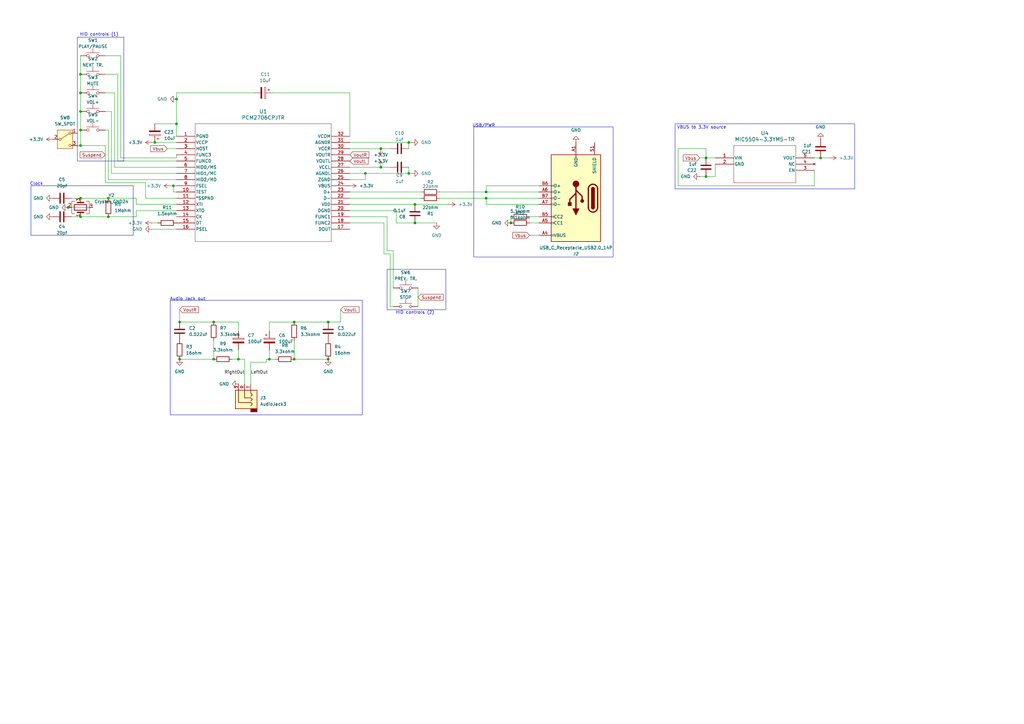
<source format=kicad_sch>
(kicad_sch (version 20231120) (generator "eeschema") (generator_version "8.0")
  (paper "A3")
  (title_block (title "12v Charger-aux combo") (date "2024-08-17") (rev "0") (company "Nicholas Alan West"))
  (lib_symbols
    (symbol "Connector:USB_C_Receptacle_USB2.0_14P" (pin_names (offset 1.016))
      (property "Reference" "J" (at 0 22.225 0))
      (property "Value" "USB_C_Receptacle_USB2.0_14P" (at 0 19.685 0))
      (symbol "USB_C_Receptacle_USB2.0_14P_0_0"
        (rectangle (start -0.254 -17.78) (end 0.254 -16.764))
        (rectangle (start 10.16 -4.826) (end 9.144 -5.334))
        (rectangle (start 10.16 -2.286) (end 9.144 -2.794))
        (rectangle (start 10.16 0.254) (end 9.144 -0.254))
        (rectangle (start 10.16 2.794) (end 9.144 2.286))
        (rectangle (start 10.16 7.874) (end 9.144 7.366))
        (rectangle (start 10.16 10.414) (end 9.144 9.906))
        (rectangle (start 10.16 15.494) (end 9.144 14.986))
      )
      (symbol "USB_C_Receptacle_USB2.0_14P_0_1"
        (rectangle (start -10.16 17.78) (end 10.16 -17.78) (stroke (width 0.254)) (fill (type background)))
        (arc (start -8.89 -3.81) (mid -6.985 -5.7067) (end -5.08 -3.81) (stroke (width 0.508)))
        (arc (start -7.62 -3.81) (mid -6.985 -4.4423) (end -6.35 -3.81) (stroke (width 0.254)))
        (arc (start -7.62 -3.81) (mid -6.985 -4.4423) (end -6.35 -3.81) (stroke (width 0.254)) (fill (type outline)))
        (rectangle (start -7.62 -3.81) (end -6.35 3.81) (stroke (width 0.254)) (fill (type outline)))
        (arc (start -6.35 3.81) (mid -6.985 4.4423) (end -7.62 3.81) (stroke (width 0.254)))
        (arc (start -6.35 3.81) (mid -6.985 4.4423) (end -7.62 3.81) (stroke (width 0.254)) (fill (type outline)))
        (arc (start -5.08 3.81) (mid -6.985 5.7067) (end -8.89 3.81) (stroke (width 0.508)))
        (circle (center -2.54 1.143) (radius 0.635) (stroke (width 0.254)) (fill (type outline)))
        (circle (center 0 -5.842) (radius 1.27) (fill (type outline)))
        (polyline (pts (xy -8.89 -3.81) (xy -8.89 3.81)) (stroke (width 0.508)))
        (polyline (pts (xy -5.08 3.81) (xy -5.08 -3.81)) (stroke (width 0.508)))
        (polyline (pts (xy 0 -5.842) (xy 0 4.318)) (stroke (width 0.508)))
        (polyline (pts (xy 0 -3.302) (xy -2.54 -0.762) (xy -2.54 0.508)) (stroke (width 0.508)))
        (polyline (pts (xy 0 -2.032) (xy 2.54 0.508) (xy 2.54 1.778)) (stroke (width 0.508)))
        (polyline (pts (xy -1.27 4.318) (xy 0 6.858) (xy 1.27 4.318) (xy -1.27 4.318)) (stroke (width 0.254)) (fill (type outline)))
        (rectangle (start 1.905 1.778) (end 3.175 3.048) (stroke (width 0.254)) (fill (type outline)))
      )
      (symbol "USB_C_Receptacle_USB2.0_14P_1_1"
        (pin passive line (at 0 -22.86 90) (length 5.08) (name "GND") (number "A1"))
        (pin passive line (at 0 -22.86 90) (length 5.08) hide (name "GND") (number "A12"))
        (pin passive line (at 15.24 15.24 180) (length 5.08) (name "VBUS") (number "A4"))
        (pin bidirectional line (at 15.24 10.16 180) (length 5.08) (name "CC1") (number "A5"))
        (pin bidirectional line (at 15.24 -2.54 180) (length 5.08) (name "D+") (number "A6"))
        (pin bidirectional line (at 15.24 2.54 180) (length 5.08) (name "D-") (number "A7"))
        (pin passive line (at 15.24 15.24 180) (length 5.08) hide (name "VBUS") (number "A9"))
        (pin passive line (at 0 -22.86 90) (length 5.08) hide (name "GND") (number "B1"))
        (pin passive line (at 0 -22.86 90) (length 5.08) hide (name "GND") (number "B12"))
        (pin passive line (at 15.24 15.24 180) (length 5.08) hide (name "VBUS") (number "B4"))
        (pin bidirectional line (at 15.24 7.62 180) (length 5.08) (name "CC2") (number "B5"))
        (pin bidirectional line (at 15.24 -5.08 180) (length 5.08) (name "D+") (number "B6"))
        (pin bidirectional line (at 15.24 0 180) (length 5.08) (name "D-") (number "B7"))
        (pin passive line (at 15.24 15.24 180) (length 5.08) hide (name "VBUS") (number "B9"))
        (pin passive line (at -7.62 -22.86 90) (length 5.08) (name "SHIELD") (number "S1"))
      )
    )
    (symbol "Connector_Audio:AudioJack3"
      (property "Reference" "J" (at 0 8.89 0))
      (property "Value" "AudioJack3" (at 0 6.35 0))
      (symbol "AudioJack3_0_1"
        (rectangle (start -5.08 -5.08) (end -6.35 -2.54) (stroke (width 0.254)) (fill (type outline)))
        (polyline (pts (xy 0 -2.54) (xy 0.635 -3.175) (xy 1.27 -2.54) (xy 2.54 -2.54)) (stroke (width 0.254)))
        (polyline (pts (xy -1.905 -2.54) (xy -1.27 -3.175) (xy -0.635 -2.54) (xy -0.635 0) (xy 2.54 0)) (stroke (width 0.254)))
        (polyline (pts (xy 2.54 2.54) (xy -2.54 2.54) (xy -2.54 -2.54) (xy -3.175 -3.175) (xy -3.81 -2.54)) (stroke (width 0.254)))
        (rectangle (start 2.54 3.81) (end -5.08 -5.08) (stroke (width 0.254)) (fill (type background)))
      )
      (symbol "AudioJack3_1_1"
        (pin passive line (at 5.08 0 180) (length 2.54) (name "~") (number "R"))
        (pin passive line (at 5.08 2.54 180) (length 2.54) (name "~") (number "S"))
        (pin passive line (at 5.08 -2.54 180) (length 2.54) (name "~") (number "T"))
      )
    )
    (symbol "Device:C" (pin_numbers hide) (pin_names (offset 0.254))
      (property "Reference" "C" (at 0.635 2.54 0))
      (property "Value" "C" (at 0.635 -2.54 0))
      (symbol "C_0_1"
        (polyline (pts (xy -2.032 -0.762) (xy 2.032 -0.762)) (stroke (width 0.508)))
        (polyline (pts (xy -2.032 0.762) (xy 2.032 0.762)) (stroke (width 0.508)))
      )
      (symbol "C_1_1"
        (pin passive line (at 0 3.81 270) (length 2.794) (name "~") (number "1"))
        (pin passive line (at 0 -3.81 90) (length 2.794) (name "~") (number "2"))
      )
    )
    (symbol "Device:C_Polarized" (pin_numbers hide) (pin_names (offset 0.254))
      (property "Reference" "C" (at 0.635 2.54 0))
      (property "Value" "C_Polarized" (at 0.635 -2.54 0))
      (symbol "C_Polarized_0_1"
        (rectangle (start -2.286 0.508) (end 2.286 1.016))
        (polyline (pts (xy -1.778 2.286) (xy -0.762 2.286)))
        (polyline (pts (xy -1.27 2.794) (xy -1.27 1.778)))
        (rectangle (start 2.286 -0.508) (end -2.286 -1.016) (fill (type outline)))
      )
      (symbol "C_Polarized_1_1"
        (pin passive line (at 0 3.81 270) (length 2.794) (name "~") (number "1"))
        (pin passive line (at 0 -3.81 90) (length 2.794) (name "~") (number "2"))
      )
    )
    (symbol "Device:Crystal_GND24" (pin_names (offset 1.016) hide)
      (property "Reference" "Y" (at 3.175 5.08 0))
      (property "Value" "Crystal_GND24" (at 3.175 3.175 0))
      (symbol "Crystal_GND24_0_1"
        (rectangle (start -1.143 2.54) (end 1.143 -2.54) (stroke (width 0.3048)))
        (polyline (pts (xy -2.54 0) (xy -2.032 0)))
        (polyline (pts (xy -2.032 -1.27) (xy -2.032 1.27)) (stroke (width 0.508)))
        (polyline (pts (xy 0 -3.81) (xy 0 -3.556)))
        (polyline (pts (xy 0 3.556) (xy 0 3.81)))
        (polyline (pts (xy 2.032 -1.27) (xy 2.032 1.27)) (stroke (width 0.508)))
        (polyline (pts (xy 2.032 0) (xy 2.54 0)))
        (polyline (pts (xy -2.54 -2.286) (xy -2.54 -3.556) (xy 2.54 -3.556) (xy 2.54 -2.286)))
        (polyline (pts (xy -2.54 2.286) (xy -2.54 3.556) (xy 2.54 3.556) (xy 2.54 2.286)))
      )
      (symbol "Crystal_GND24_1_1"
        (pin passive line (at -3.81 0 0) (length 1.27) (name "1") (number "1"))
        (pin passive line (at 0 5.08 270) (length 1.27) (name "2") (number "2"))
        (pin passive line (at 3.81 0 180) (length 1.27) (name "3") (number "3"))
        (pin passive line (at 0 -5.08 90) (length 1.27) (name "4") (number "4"))
      )
    )
    (symbol "Device:R" (pin_numbers hide) (pin_names (offset 0))
      (property "Reference" "R" (at 2.032 0 90))
      (property "Value" "R" (at 0 0 90))
      (symbol "R_0_1"
        (rectangle (start -1.016 -2.54) (end 1.016 2.54) (stroke (width 0.254)))
      )
      (symbol "R_1_1"
        (pin passive line (at 0 3.81 270) (length 1.27) (name "~") (number "1"))
        (pin passive line (at 0 -3.81 90) (length 1.27) (name "~") (number "2"))
      )
    )
    (symbol "MIC5504-3.3YM5:MIC5504-3.3YM5-TR" (pin_names (offset 0.254))
      (property "Reference" "U" (at 20.32 10.16 0))
      (property "Value" "MIC5504-3.3YM5-TR" (at 20.32 7.62 0))
      (symbol "MIC5504-3.3YM5-TR_0_1"
        (polyline (pts (xy 7.62 -10.16) (xy 33.02 -10.16)) (stroke (width 0.127)))
        (polyline (pts (xy 7.62 5.08) (xy 7.62 -10.16)) (stroke (width 0.127)))
        (polyline (pts (xy 33.02 -10.16) (xy 33.02 5.08)) (stroke (width 0.127)))
        (polyline (pts (xy 33.02 5.08) (xy 7.62 5.08)) (stroke (width 0.127)))
        (pin input line (at 0 0 0) (length 7.62) (name "VIN") (number "1"))
        (pin power_in line (at 0 -2.54 0) (length 7.62) (name "GND") (number "2"))
        (pin input line (at 40.64 -5.08 180) (length 7.62) (name "EN") (number "3"))
        (pin no_connect line (at 40.64 -2.54 180) (length 7.62) (name "NC") (number "4"))
        (pin output line (at 40.64 0 180) (length 7.62) (name "VOUT") (number "5"))
      )
    )
    (symbol "PCM2706C:PCM2706CPJTR" (pin_names (offset 0.254))
      (property "Reference" "U" (at 35.56 10.16 0))
      (property "Value" "PCM2706CPJTR" (at 35.56 7.62 0))
      (symbol "PCM2706CPJTR_0_1"
        (polyline (pts (xy 7.62 -43.18) (xy 63.5 -43.18)) (stroke (width 0.127)))
        (polyline (pts (xy 7.62 5.08) (xy 7.62 -43.18)) (stroke (width 0.127)))
        (polyline (pts (xy 63.5 -43.18) (xy 63.5 5.08)) (stroke (width 0.127)))
        (polyline (pts (xy 63.5 5.08) (xy 7.62 5.08)) (stroke (width 0.127)))
        (pin power_in line (at 0 0 0) (length 7.62) (name "PGND") (number "1"))
        (pin input line (at 0 -22.86 0) (length 7.62) (name "TEST") (number "10"))
        (pin output line (at 0 -25.4 0) (length 7.62) (name "*SSPND") (number "11"))
        (pin input line (at 0 -27.94 0) (length 7.62) (name "XTI") (number "12"))
        (pin output line (at 0 -30.48 0) (length 7.62) (name "XTO") (number "13"))
        (pin output line (at 0 -33.02 0) (length 7.62) (name "CK") (number "14"))
        (pin bidirectional line (at 0 -35.56 0) (length 7.62) (name "DT") (number "15"))
        (pin input line (at 0 -38.1 0) (length 7.62) (name "PSEL") (number "16"))
        (pin output line (at 71.12 -38.1 180) (length 7.62) (name "DOUT") (number "17"))
        (pin bidirectional line (at 71.12 -35.56 180) (length 7.62) (name "FUNC2") (number "18"))
        (pin bidirectional line (at 71.12 -33.02 180) (length 7.62) (name "FUNC1") (number "19"))
        (pin power_in line (at 0 -2.54 0) (length 7.62) (name "VCCP") (number "2"))
        (pin power_in line (at 71.12 -30.48 180) (length 7.62) (name "DGND") (number "20"))
        (pin power_in line (at 71.12 -27.94 180) (length 7.62) (name "VDD") (number "21"))
        (pin bidirectional line (at 71.12 -25.4 180) (length 7.62) (name "D-") (number "22"))
        (pin bidirectional line (at 71.12 -22.86 180) (length 7.62) (name "D+") (number "23"))
        (pin power_in line (at 71.12 -20.32 180) (length 7.62) (name "VBUS") (number "24"))
        (pin power_in line (at 71.12 -17.78 180) (length 7.62) (name "ZGND") (number "25"))
        (pin power_in line (at 71.12 -15.24 180) (length 7.62) (name "AGNDL") (number "26"))
        (pin power_in line (at 71.12 -12.7 180) (length 7.62) (name "VCCL") (number "27"))
        (pin output line (at 71.12 -10.16 180) (length 7.62) (name "VOUTL") (number "28"))
        (pin output line (at 71.12 -7.62 180) (length 7.62) (name "VOUTR") (number "29"))
        (pin input line (at 0 -5.08 0) (length 7.62) (name "HOST") (number "3"))
        (pin power_in line (at 71.12 -5.08 180) (length 7.62) (name "VCCR") (number "30"))
        (pin power_in line (at 71.12 -2.54 180) (length 7.62) (name "AGNDR") (number "31"))
        (pin power_in line (at 71.12 0 180) (length 7.62) (name "VCOM") (number "32"))
        (pin input line (at 0 -7.62 0) (length 7.62) (name "FUNC3") (number "4"))
        (pin bidirectional line (at 0 -10.16 0) (length 7.62) (name "FUNC0") (number "5"))
        (pin input line (at 0 -12.7 0) (length 7.62) (name "HID0/MS") (number "6"))
        (pin input line (at 0 -15.24 0) (length 7.62) (name "HID1/MC") (number "7"))
        (pin input line (at 0 -17.78 0) (length 7.62) (name "HID2/MD") (number "8"))
        (pin input line (at 0 -20.32 0) (length 7.62) (name "FSEL") (number "9"))
      )
    )
    (symbol "Switch:SW_Push" (pin_numbers hide) (pin_names (offset 1.016) hide)
      (property "Reference" "SW" (at 1.27 2.54 0))
      (property "Value" "SW_Push" (at 0 -1.524 0))
      (symbol "SW_Push_0_1"
        (circle (center -2.032 0) (radius 0.508))
        (polyline (pts (xy 0 1.27) (xy 0 3.048)))
        (polyline (pts (xy 2.54 1.27) (xy -2.54 1.27)))
        (circle (center 2.032 0) (radius 0.508))
        (pin passive line (at -5.08 0 0) (length 2.54) (name "1") (number "1"))
        (pin passive line (at 5.08 0 180) (length 2.54) (name "2") (number "2"))
      )
    )
    (symbol "Switch:SW_SPDT" (pin_names (offset 0) hide)
      (property "Reference" "SW" (at 0 5.08 0))
      (property "Value" "SW_SPDT" (at 0 -5.08 0))
      (symbol "SW_SPDT_0_1"
        (circle (center -2.032 0) (radius 0.4572))
        (polyline (pts (xy -1.651 0.254) (xy 1.651 2.286)))
        (circle (center 2.032 -2.54) (radius 0.4572))
        (circle (center 2.032 2.54) (radius 0.4572))
      )
      (symbol "SW_SPDT_1_1"
        (rectangle (start -3.175 3.81) (end 3.175 -3.81) (fill (type background)))
        (pin passive line (at 5.08 2.54 180) (length 2.54) (name "A") (number "1"))
        (pin passive line (at -5.08 0 0) (length 2.54) (name "B") (number "2"))
        (pin passive line (at 5.08 -2.54 180) (length 2.54) (name "C") (number "3"))
      )
    )
    (symbol "power:+3.3V" (power) (pin_numbers hide) (pin_names (offset 0) hide)
      (property "Value" "+3.3V" (at 0 3.556 0))
      (symbol "+3.3V_0_1"
        (polyline (pts (xy -0.762 1.27) (xy 0 2.54)))
        (polyline (pts (xy 0 0) (xy 0 2.54)))
        (polyline (pts (xy 0 2.54) (xy 0.762 1.27)))
      )
      (symbol "+3.3V_1_1"
        (pin power_in line (at 0 0 90) (length 0) (name "~") (number "1"))
      )
    )
    (symbol "power:GND" (power) (pin_numbers hide) (pin_names (offset 0) hide)
      (property "Value" "GND" (at 0 -3.81 0))
      (symbol "GND_0_1"
        (polyline (pts (xy 0 0) (xy 0 -1.27) (xy 1.27 -1.27) (xy 0 -2.54) (xy -1.27 -1.27) (xy 0 -1.27)))
      )
      (symbol "GND_1_1"
        (pin power_in line (at 0 0 270) (length 0) (name "~") (number "1"))
      )
    )
  )
  (junction (at 44.45 88.9))
  (junction (at 336.55 64.77))
  (junction (at 110.49 147.32))
  (junction (at 134.62 147.32))
  (junction (at 289.56 72.39))
  (junction (at 97.79 147.32))
  (junction (at 63.5 58.42))
  (junction (at 33.02 88.9))
  (junction (at 167.64 58.42))
  (junction (at 120.65 147.32))
  (junction (at 120.65 132.08))
  (junction (at 199.39 81.28))
  (junction (at 72.39 50.8))
  (junction (at 209.55 91.44))
  (junction (at 170.18 91.44))
  (junction (at 170.18 83.82))
  (junction (at 87.63 147.32))
  (junction (at 71.12 76.2))
  (junction (at 33.02 30.48))
  (junction (at 44.45 81.28))
  (junction (at 134.62 132.08))
  (junction (at 33.02 53.34))
  (junction (at 33.02 38.1))
  (junction (at 156.21 68.58))
  (junction (at 87.63 132.08))
  (junction (at 73.66 147.32))
  (junction (at 72.39 40.64))
  (junction (at 33.02 81.28))
  (junction (at 33.02 59.69))
  (junction (at 27.94 85.09))
  (junction (at 199.39 78.74))
  (junction (at 149.86 71.12))
  (junction (at 156.21 60.96))
  (junction (at 167.64 71.12))
  (junction (at 33.02 45.72))
  (junction (at 73.66 132.08))
  (junction (at 289.56 64.77))
  (wire (pts (xy 289.56 64.77) (xy 293.37 64.77)))
  (wire (pts (xy 69.85 76.2) (xy 71.12 76.2)))
  (wire (pts (xy 43.18 30.48) (xy 48.26 30.48)))
  (wire (pts (xy 62.23 58.42) (xy 63.5 58.42)))
  (wire (pts (xy 143.51 38.1) (xy 111.76 38.1)))
  (wire (pts (xy 161.29 118.11) (xy 161.29 102.87)))
  (wire (pts (xy 340.36 64.77) (xy 336.55 64.77)))
  (wire (pts (xy 172.72 78.74) (xy 143.51 78.74)))
  (wire (pts (xy 336.55 64.77) (xy 334.01 64.77)))
  (wire (pts (xy 44.45 73.66) (xy 72.39 73.66)))
  (wire (pts (xy 46.99 68.58) (xy 46.99 38.1)))
  (wire (pts (xy 72.39 86.36) (xy 55.88 86.36)))
  (wire (pts (xy 171.45 118.11) (xy 171.45 125.73)))
  (wire (pts (xy 102.87 148.59) (xy 102.87 157.48)))
  (wire (pts (xy 87.63 132.08) (xy 97.79 132.08)))
  (wire (pts (xy 44.45 53.34) (xy 44.45 73.66)))
  (wire (pts (xy 143.51 68.58) (xy 156.21 68.58)))
  (wire (pts (xy 72.39 78.74) (xy 71.12 78.74)))
  (wire (pts (xy 287.02 72.39) (xy 289.56 72.39)))
  (wire (pts (xy 33.02 45.72) (xy 33.02 53.34)))
  (wire (pts (xy 110.49 132.08) (xy 110.49 135.89)))
  (wire (pts (xy 143.51 73.66) (xy 149.86 73.66)))
  (wire (pts (xy 33.02 88.9) (xy 44.45 88.9)))
  (wire (pts (xy 59.69 74.93) (xy 43.18 74.93)))
  (wire (pts (xy 110.49 132.08) (xy 120.65 132.08)))
  (wire (pts (xy 63.5 50.8) (xy 72.39 50.8)))
  (wire (pts (xy 43.18 74.93) (xy 43.18 59.69)))
  (wire (pts (xy 33.02 59.69) (xy 43.18 59.69)))
  (wire (pts (xy 44.45 81.28) (xy 55.88 81.28)))
  (wire (pts (xy 48.26 66.04) (xy 72.39 66.04)))
  (wire (pts (xy 180.34 81.28) (xy 199.39 81.28)))
  (wire (pts (xy 157.48 104.14) (xy 157.48 91.44)))
  (wire (pts (xy 43.18 53.34) (xy 44.45 53.34)))
  (wire (pts (xy 59.69 81.28) (xy 59.69 74.93)))
  (wire (pts (xy 109.22 147.32) (xy 109.22 148.59)))
  (wire (pts (xy 45.72 71.12) (xy 72.39 71.12)))
  (wire (pts (xy 160.02 104.14) (xy 160.02 125.73)))
  (wire (pts (xy 104.14 38.1) (xy 72.39 38.1)))
  (wire (pts (xy 220.98 91.44) (xy 217.17 91.44)))
  (wire (pts (xy 97.79 147.32) (xy 100.33 147.32)))
  (wire (pts (xy 29.21 81.28) (xy 33.02 81.28)))
  (wire (pts (xy 120.65 132.08) (xy 134.62 132.08)))
  (wire (pts (xy 72.39 83.82) (xy 55.88 83.82)))
  (wire (pts (xy 143.51 86.36) (xy 162.56 86.36)))
  (wire (pts (xy 172.72 81.28) (xy 143.51 81.28)))
  (wire (pts (xy 289.56 60.96) (xy 289.56 64.77)))
  (wire (pts (xy 220.98 76.2) (xy 199.39 76.2)))
  (wire (pts (xy 49.53 64.77) (xy 72.39 64.77)))
  (wire (pts (xy 143.51 91.44) (xy 157.48 91.44)))
  (wire (pts (xy 143.51 58.42) (xy 167.64 58.42)))
  (wire (pts (xy 149.86 71.12) (xy 167.64 71.12)))
  (wire (pts (xy 73.66 132.08) (xy 87.63 132.08)))
  (wire (pts (xy 161.29 102.87) (xy 158.75 102.87)))
  (wire (pts (xy 109.22 147.32) (xy 110.49 147.32)))
  (wire (pts (xy 162.56 86.36) (xy 162.56 91.44)))
  (wire (pts (xy 167.64 71.12) (xy 168.91 71.12)))
  (wire (pts (xy 45.72 45.72) (xy 45.72 71.12)))
  (wire (pts (xy 180.34 78.74) (xy 199.39 78.74)))
  (wire (pts (xy 220.98 83.82) (xy 199.39 83.82)))
  (wire (pts (xy 33.02 53.34) (xy 33.02 59.69)))
  (wire (pts (xy 33.02 30.48) (xy 33.02 38.1)))
  (wire (pts (xy 110.49 143.51) (xy 110.49 147.32)))
  (wire (pts (xy 143.51 83.82) (xy 170.18 83.82)))
  (wire (pts (xy 48.26 30.48) (xy 48.26 66.04)))
  (wire (pts (xy 109.22 148.59) (xy 102.87 148.59)))
  (wire (pts (xy 72.39 38.1) (xy 72.39 40.64)))
  (wire (pts (xy 120.65 147.32) (xy 134.62 147.32)))
  (wire (pts (xy 62.23 91.44) (xy 64.77 91.44)))
  (wire (pts (xy 160.02 104.14) (xy 157.48 104.14)))
  (wire (pts (xy 97.79 147.32) (xy 95.25 147.32)))
  (wire (pts (xy 220.98 96.52) (xy 217.17 96.52)))
  (wire (pts (xy 55.88 88.9) (xy 44.45 88.9)))
  (wire (pts (xy 72.39 50.8) (xy 72.39 55.88)))
  (wire (pts (xy 143.51 60.96) (xy 156.21 60.96)))
  (wire (pts (xy 334.01 69.85) (xy 334.01 76.2)))
  (wire (pts (xy 293.37 72.39) (xy 293.37 67.31)))
  (wire (pts (xy 72.39 68.58) (xy 46.99 68.58)))
  (wire (pts (xy 278.13 76.2) (xy 278.13 60.96)))
  (wire (pts (xy 149.86 73.66) (xy 149.86 71.12)))
  (wire (pts (xy 97.79 132.08) (xy 97.79 135.89)))
  (wire (pts (xy 334.01 76.2) (xy 278.13 76.2)))
  (wire (pts (xy 33.02 22.86) (xy 33.02 30.48)))
  (wire (pts (xy 87.63 147.32) (xy 87.63 139.7)))
  (wire (pts (xy 220.98 81.28) (xy 199.39 81.28)))
  (wire (pts (xy 143.51 88.9) (xy 158.75 88.9)))
  (wire (pts (xy 168.91 58.42) (xy 167.64 58.42)))
  (wire (pts (xy 72.39 40.64) (xy 72.39 50.8)))
  (wire (pts (xy 143.51 55.88) (xy 143.51 38.1)))
  (wire (pts (xy 120.65 147.32) (xy 120.65 139.7)))
  (wire (pts (xy 134.62 132.08) (xy 139.7 132.08)))
  (wire (pts (xy 29.21 88.9) (xy 33.02 88.9)))
  (wire (pts (xy 100.33 157.48) (xy 100.33 147.32)))
  (wire (pts (xy 71.12 76.2) (xy 72.39 76.2)))
  (wire (pts (xy 73.66 127) (xy 73.66 132.08)))
  (wire (pts (xy 55.88 83.82) (xy 55.88 81.28)))
  (wire (pts (xy 43.18 45.72) (xy 45.72 45.72)))
  (wire (pts (xy 68.58 60.96) (xy 72.39 60.96)))
  (wire (pts (xy 167.64 68.58) (xy 167.64 71.12)))
  (wire (pts (xy 199.39 83.82) (xy 199.39 81.28)))
  (wire (pts (xy 160.02 125.73) (xy 161.29 125.73)))
  (wire (pts (xy 143.51 71.12) (xy 149.86 71.12)))
  (wire (pts (xy 33.02 81.28) (xy 44.45 81.28)))
  (wire (pts (xy 184.15 83.82) (xy 170.18 83.82)))
  (wire (pts (xy 156.21 60.96) (xy 160.02 60.96)))
  (wire (pts (xy 220.98 78.74) (xy 199.39 78.74)))
  (polyline (pts (xy 194.31 68.58) (xy 194.31 68.58)))
  (wire (pts (xy 49.53 22.86) (xy 49.53 64.77)))
  (wire (pts (xy 199.39 78.74) (xy 199.39 76.2)))
  (wire (pts (xy 162.56 91.44) (xy 170.18 91.44)))
  (wire (pts (xy 209.55 88.9) (xy 209.55 91.44)))
  (wire (pts (xy 72.39 64.77) (xy 72.39 63.5)))
  (wire (pts (xy 156.21 68.58) (xy 160.02 68.58)))
  (wire (pts (xy 62.23 93.98) (xy 72.39 93.98)))
  (wire (pts (xy 63.5 58.42) (xy 72.39 58.42)))
  (wire (pts (xy 167.64 58.42) (xy 167.64 60.96)))
  (wire (pts (xy 220.98 88.9) (xy 217.17 88.9)))
  (wire (pts (xy 110.49 147.32) (xy 113.03 147.32)))
  (wire (pts (xy 278.13 60.96) (xy 289.56 60.96)))
  (wire (pts (xy 33.02 38.1) (xy 33.02 45.72)))
  (wire (pts (xy 72.39 81.28) (xy 59.69 81.28)))
  (wire (pts (xy 43.18 22.86) (xy 49.53 22.86)))
  (wire (pts (xy 287.02 64.77) (xy 289.56 64.77)))
  (wire (pts (xy 289.56 72.39) (xy 293.37 72.39)))
  (wire (pts (xy 71.12 78.74) (xy 71.12 76.2)))
  (wire (pts (xy 97.79 143.51) (xy 97.79 147.32)))
  (wire (pts (xy 43.18 38.1) (xy 46.99 38.1)))
  (wire (pts (xy 55.88 86.36) (xy 55.88 88.9)))
  (wire (pts (xy 179.07 91.44) (xy 170.18 91.44)))
  (wire (pts (xy 158.75 88.9) (xy 158.75 102.87)))
  (wire (pts (xy 73.66 147.32) (xy 87.63 147.32)))
  (wire (pts (xy 139.7 127) (xy 139.7 132.08)))
  (wire (pts (xy 31.75 59.69) (xy 33.02 59.69)))
  (wire (pts (xy 27.94 85.09) (xy 38.1 85.09)))
  (rectangle (start 276.86 50.8) (end 350.52 77.47))
  (rectangle (start 69.85 123.19) (end 148.59 170.18))
  (rectangle (start 12.7 76.2) (end 54.61 96.52))
  (rectangle (start 158.75 110.49) (end 182.88 127))
  (rectangle (start 194.31 52.07) (end 251.46 105.41))
  (rectangle (start 31.75 15.24) (end 50.8 66.04))
  (text "USB/PWR" (at 198.374 51.562 0) (effects (font (size 1.27 1.27))))
  (text "HID controls (1)" (at 40.64 14.224 0) (effects (font (size 1.27 1.27))))
  (text "Audio Jack out" (at 76.962 122.682 0) (effects (font (size 1.27 1.27))))
  (text "Clock" (at 14.986 75.438 0) (effects (font (size 1.27 1.27))))
  (text "HID controls (2)" (at 170.18 128.27 0) (effects (font (size 1.27 1.27))))
  (text "VBUS to 3.3V source" (at 287.782 52.324 0) (effects (font (size 1.27 1.27))))
  (label "RightOut" (at 100.33 153.67 180))
  (label "LeftOut" (at 102.87 153.67 0))
  (global_label "Vbus" (shape input) (at 287.02 64.77 180) (property "Intersheetrefs" "${INTERSHEET_REFS}" (effects (hide yes))))
  (global_label "VoutR" (shape input) (at 143.51 63.5 0) (property "Intersheetrefs" "${INTERSHEET_REFS}" (effects (hide yes))))
  (global_label "Vbus" (shape input) (at 217.17 96.52 180) (property "Intersheetrefs" "${INTERSHEET_REFS}" (effects (hide yes))))
  (global_label "Vbus" (shape input) (at 68.58 60.96 180) (property "Intersheetrefs" "${INTERSHEET_REFS}" (effects (hide yes))))
  (global_label "VoutL" (shape input) (at 139.7 127 0) (property "Intersheetrefs" "${INTERSHEET_REFS}" (effects (hide yes))))
  (global_label "VoutR" (shape input) (at 73.66 127 0) (property "Intersheetrefs" "${INTERSHEET_REFS}" (effects (hide yes))))
  (global_label "Suspend" (shape input) (at 171.45 121.92 0) (property "Intersheetrefs" "${INTERSHEET_REFS}" (effects (hide yes))))
  (global_label "Suspend" (shape input) (at 43.18 63.5 180) (property "Intersheetrefs" "${INTERSHEET_REFS}" (effects (hide yes))))
  (global_label "VoutL" (shape input) (at 143.51 66.04 0) (property "Intersheetrefs" "${INTERSHEET_REFS}" (effects (hide yes))))
  (symbol (lib_id "power:GND") (at 336.55 57.15 180) (unit 1)
    (property "Reference" "#PWR027" (effects (hide yes)))
    (property "Value" "GND" (at 336.55 52.07 0))
    (property "Description" "Power symbol creates a global label with name \"GND\" , ground" (effects (hide yes)))
  )
  (symbol (lib_id "power:+3.3V") (at 156.21 68.58 0) (unit 1)
    (property "Reference" "#PWR013" (effects (hide yes)))
    (property "Value" "+3.3V" (at 156.21 63.5 0))
    (property "Description" "Power symbol creates a global label with name \"+3.3V\"" (effects (hide yes)))
  )
  (symbol (lib_id "PCM2706C:PCM2706CPJTR") (at 72.39 55.88 0) (unit 1)
    (property "Reference" "U1" (at 107.95 45.72 0) (effects (font (size 1.524 1.524))))
    (property "Value" "PCM2706CPJTR" (at 107.95 48.26 0) (effects (font (size 1.524 1.524))))
    (property "Footprint" "PCM270xC:PJT32" (effects (hide yes)))
    (property "Datasheet" "PCM2706CPJTR" (effects (hide yes)))
  )
  (symbol (lib_id "Device:C_Polarized") (at 63.5 54.61 180) (unit 1)
    (property "Reference" "C23" (at 67.31 54.2289 0) (effects (justify right)))
    (property "Value" "10uF" (at 67.31 56.7689 0) (effects (justify right)))
    (property "Description" "Polarized capacitor" (effects (hide yes)))
  )
  (symbol (lib_id "MIC5504-3.3YM5:MIC5504-3.3YM5-TR") (at 293.37 64.77 0) (unit 1)
    (property "Reference" "U4" (at 313.69 54.61 0) (effects (font (size 1.524 1.524))))
    (property "Value" "MIC5504-3.3YM5-TR" (at 313.69 57.15 0) (effects (font (size 1.524 1.524))))
    (property "Footprint" "MIC5504-3.3YM5:SOT-23-5_MC_MCH" (effects (hide yes)))
    (property "Datasheet" "MIC5504-3.3YM5-TR" (effects (hide yes)))
  )
  (symbol (lib_id "Switch:SW_Push") (at 38.1 22.86 0) (unit 1)
    (property "Reference" "SW1" (at 38.1 16.51 0))
    (property "Value" "PLAY/PAUSE" (at 38.1 19.05 0))
    (property "Footprint" "Button_Switch_THT:SW_PUSH_6mm_H4.3mm" (effects (hide yes)))
    (property "Description" "Push button switch, generic, two pins" (effects (hide yes)))
  )
  (symbol (lib_id "Device:C_Polarized") (at 107.95 38.1 270) (unit 1)
    (property "Reference" "C11" (at 108.839 30.48 90))
    (property "Value" "10uF" (at 108.839 33.02 90))
    (property "Description" "Polarized capacitor" (effects (hide yes)))
  )
  (symbol (lib_id "Device:C") (at 25.4 88.9 270) (unit 1)
    (property "Reference" "C4" (at 25.4 92.964 90))
    (property "Value" "20pf" (at 25.4 95.504 90))
    (property "Footprint" "Capacitor_SMD:C_0603_1608Metric_Pad1.08x0.95mm_HandSolder" (effects (hide yes)))
    (property "Description" "Unpolarized capacitor" (effects (hide yes)))
  )
  (symbol (lib_id "power:GND") (at 21.59 81.28 270) (unit 1)
    (property "Reference" "#PWR05" (effects (hide yes)))
    (property "Value" "GND" (at 17.78 81.2799 90) (effects (justify right)))
    (property "Description" "Power symbol creates a global label with name \"GND\" , ground" (effects (hide yes)))
  )
  (symbol (lib_id "Device:R") (at 91.44 147.32 270) (unit 1)
    (property "Reference" "R9" (at 91.44 140.97 90))
    (property "Value" "3.3kohm" (at 91.44 143.51 90))
    (property "Footprint" "Resistor_SMD:R_0603_1608Metric_Pad0.98x0.95mm_HandSolder" (effects (hide yes)))
    (property "Description" "Resistor" (effects (hide yes)))
  )
  (symbol (lib_id "power:GND") (at 209.55 91.44 270) (unit 1)
    (property "Reference" "#PWR016" (effects (hide yes)))
    (property "Value" "GND" (at 205.74 91.4399 90) (effects (justify right)))
    (property "Description" "Power symbol creates a global label with name \"GND\" , ground" (effects (hide yes)))
  )
  (symbol (lib_id "Device:C") (at 289.56 68.58 0) (unit 1)
    (property "Reference" "C22" (at 285.75 69.8501 0) (effects (justify right)))
    (property "Value" "1uf" (at 285.75 67.3101 0) (effects (justify right)))
    (property "Description" "Unpolarized capacitor" (effects (hide yes)))
    (property "comment" "CLOSE TO IC" (effects (hide yes)))
  )
  (symbol (lib_id "Connector_Audio:AudioJack3") (at 100.33 162.56 90) (unit 1)
    (property "Reference" "J3" (at 106.68 163.1949 90) (effects (justify right)))
    (property "Value" "AudioJack3" (at 106.68 165.7349 90) (effects (justify right)))
    (property "Footprint" "Connector_Audio:Jack_3.5mm_KoreanHropartsElec_PJ-320D-4A_Horizontal" (effects (hide yes)))
    (property "Description" "Audio Jack, 3 Poles (Stereo / TRS)" (effects (hide yes)))
  )
  (symbol (lib_id "power:+3.3V") (at 184.15 83.82 270) (unit 1)
    (property "Reference" "#PWR07" (effects (hide yes)))
    (property "Value" "+3.3V" (at 187.96 83.8199 90) (effects (justify left)))
    (property "Description" "Power symbol creates a global label with name \"+3.3V\"" (effects (hide yes)))
  )
  (symbol (lib_id "power:GND") (at 73.66 147.32 0) (unit 1)
    (property "Reference" "#PWR01" (effects (hide yes)))
    (property "Value" "GND" (at 73.66 152.4 0))
    (property "Description" "Power symbol creates a global label with name \"GND\" , ground" (effects (hide yes)))
  )
  (symbol (lib_id "power:+3.3V") (at 69.85 76.2 90) (unit 1)
    (property "Reference" "#PWR014" (effects (hide yes)))
    (property "Value" "+3.3V" (at 66.04 76.1999 90) (effects (justify left)))
    (property "Description" "Power symbol creates a global label with name \"+3.3V\"" (effects (hide yes)))
  )
  (symbol (lib_id "Device:R") (at 68.58 91.44 90) (unit 1)
    (property "Reference" "R11" (at 68.58 85.09 90))
    (property "Value" "1.5kohm" (at 68.58 87.63 90))
    (property "Footprint" "Resistor_SMD:R_0603_1608Metric_Pad0.98x0.95mm_HandSolder" (effects (hide yes)))
    (property "Description" "Resistor" (effects (hide yes)))
  )
  (symbol (lib_id "power:GND") (at 97.79 157.48 270) (unit 1)
    (property "Reference" "#PWR06" (effects (hide yes)))
    (property "Value" "GND" (at 93.98 157.4799 90) (effects (justify right)))
    (property "Description" "Power symbol creates a global label with name \"GND\" , ground" (effects (hide yes)))
  )
  (symbol (lib_id "power:GND") (at 168.91 71.12 90) (unit 1)
    (property "Reference" "#PWR011" (effects (hide yes)))
    (property "Value" "GND" (at 172.72 71.1199 90) (effects (justify right)))
    (property "Description" "Power symbol creates a global label with name \"GND\" , ground" (effects (hide yes)))
  )
  (symbol (lib_id "Switch:SW_Push") (at 38.1 38.1 0) (unit 1)
    (property "Reference" "SW3" (at 38.1 31.75 0))
    (property "Value" "MUTE" (at 38.1 34.29 0))
    (property "Footprint" "Button_Switch_THT:SW_PUSH_6mm_H4.3mm" (effects (hide yes)))
    (property "Description" "Push button switch, generic, two pins" (effects (hide yes)))
  )
  (symbol (lib_id "power:GND") (at 236.22 58.42 180) (unit 1)
    (property "Reference" "#PWR03" (effects (hide yes)))
    (property "Value" "GND" (at 236.22 53.34 0))
    (property "Description" "Power symbol creates a global label with name \"GND\" , ground" (effects (hide yes)))
  )
  (symbol (lib_id "Device:R") (at 176.53 81.28 270) (unit 1)
    (property "Reference" "R1" (at 176.53 87.63 90))
    (property "Value" "22ohm" (at 176.53 85.09 90))
    (property "Footprint" "Resistor_SMD:R_0603_1608Metric_Pad0.98x0.95mm_HandSolder" (effects (hide yes)))
    (property "Description" "Resistor" (effects (hide yes)))
  )
  (symbol (lib_id "Device:C_Polarized") (at 97.79 139.7 0) (unit 1)
    (property "Reference" "C7" (at 101.6 137.5409 0) (effects (justify left)))
    (property "Value" "100uF" (at 101.6 140.0809 0) (effects (justify left)))
    (property "Description" "Polarized capacitor" (effects (hide yes)))
  )
  (symbol (lib_id "power:GND") (at 168.91 58.42 90) (unit 1)
    (property "Reference" "#PWR010" (effects (hide yes)))
    (property "Value" "GND" (at 172.72 58.4199 90) (effects (justify right)))
    (property "Description" "Power symbol creates a global label with name \"GND\" , ground" (effects (hide yes)))
  )
  (symbol (lib_id "Connector:USB_C_Receptacle_USB2.0_14P") (at 236.22 81.28 180) (unit 1)
    (property "Reference" "J2" (at 236.22 104.14 0))
    (property "Value" "USB_C_Receptacle_USB2.0_14P" (at 236.22 101.6 0))
    (property "Footprint" "Connector_USB:USB_C_Receptacle_HCTL_HC-TYPE-C-16P-01A" (effects (hide yes)))
    (property "Datasheet" "https://www.usb.org/sites/default/files/documents/usb_type-c.zip" (effects (hide yes)))
    (property "Description" "USB 2.0-only 14P Type-C Receptacle connector" (effects (hide yes)))
  )
  (symbol (lib_id "power:+3.3V") (at 21.59 57.15 90) (unit 1)
    (property "Reference" "#PWR031" (effects (hide yes)))
    (property "Value" "+3.3V" (at 17.78 57.1499 90) (effects (justify left)))
    (property "Description" "Power symbol creates a global label with name \"+3.3V\"" (effects (hide yes)))
  )
  (symbol (lib_id "power:+3.3V") (at 156.21 60.96 180) (unit 1)
    (property "Reference" "#PWR030" (effects (hide yes)))
    (property "Value" "+3.3V" (at 156.21 66.04 0))
    (property "Description" "Power symbol creates a global label with name \"+3.3V\"" (effects (hide yes)))
  )
  (symbol (lib_id "Device:C") (at 163.83 60.96 90) (unit 1)
    (property "Reference" "C10" (at 163.83 54.61 90))
    (property "Value" "1uf" (at 163.83 57.15 90))
    (property "Description" "Unpolarized capacitor" (effects (hide yes)))
    (property "comment" "CLOSE TO IC" (effects (hide yes)))
  )
  (symbol (lib_id "power:+3.3V") (at 62.23 58.42 90) (unit 1)
    (property "Reference" "#PWR08" (effects (hide yes)))
    (property "Value" "+3.3V" (at 58.42 58.4199 90) (effects (justify left)))
    (property "Description" "Power symbol creates a global label with name \"+3.3V\"" (effects (hide yes)))
  )
  (symbol (lib_id "Switch:SW_SPDT") (at 26.67 57.15 0) (unit 1)
    (property "Reference" "SW8" (at 26.67 48.26 0))
    (property "Value" "SW_SPDT" (at 26.67 50.8 0))
    (property "Footprint" "Button_Switch_THT:SW_PUSH_6mm_H4.3mm" (effects (hide yes)))
    (property "Description" "Switch, single pole double throw" (effects (hide yes)))
  )
  (symbol (lib_id "Device:R") (at 73.66 143.51 180) (unit 1)
    (property "Reference" "R3" (at 76.2 142.2399 0) (effects (justify right)))
    (property "Value" "16ohm" (at 76.2 144.7799 0) (effects (justify right)))
    (property "Footprint" "Resistor_SMD:R_0603_1608Metric_Pad0.98x0.95mm_HandSolder" (effects (hide yes)))
    (property "Description" "Resistor" (effects (hide yes)))
  )
  (symbol (lib_id "Device:C") (at 25.4 81.28 270) (unit 1)
    (property "Reference" "C5" (at 25.4 73.66 90))
    (property "Value" "20pf" (at 25.4 76.2 90))
    (property "Footprint" "Capacitor_SMD:C_0603_1608Metric_Pad1.08x0.95mm_HandSolder" (effects (hide yes)))
    (property "Description" "Unpolarized capacitor" (effects (hide yes)))
  )
  (symbol (lib_id "Device:R") (at 213.36 91.44 270) (unit 1)
    (property "Reference" "R12" (at 213.36 87.376 90))
    (property "Value" "5.1kohm" (at 213.36 89.154 90))
    (property "Footprint" "Resistor_SMD:R_0603_1608Metric_Pad0.98x0.95mm_HandSolder" (effects (hide yes)))
    (property "Description" "Resistor" (effects (hide yes)))
  )
  (symbol (lib_id "power:GND") (at 72.39 40.64 270) (unit 1)
    (property "Reference" "#PWR012" (effects (hide yes)))
    (property "Value" "GND" (at 68.58 40.6399 90) (effects (justify right)))
    (property "Description" "Power symbol creates a global label with name \"GND\" , ground" (effects (hide yes)))
  )
  (symbol (lib_id "power:GND") (at 27.94 85.09 270) (unit 1)
    (property "Reference" "#PWR033" (effects (hide yes)))
    (property "Value" "GND" (at 24.13 85.0899 90) (effects (justify right)))
    (property "Description" "Power symbol creates a global label with name \"GND\" , ground" (effects (hide yes)))
  )
  (symbol (lib_id "Device:C") (at 170.18 87.63 0) (unit 1)
    (property "Reference" "C8" (at 166.37 88.9001 0) (effects (justify right)))
    (property "Value" "0.1uf" (at 166.37 86.3601 0) (effects (justify right)))
    (property "Description" "Unpolarized capacitor" (effects (hide yes)))
    (property "comment" "CLOSE TO IC" (effects (hide yes)))
  )
  (symbol (lib_id "Device:C") (at 336.55 60.96 0) (unit 1)
    (property "Reference" "C21" (at 332.74 62.2301 0) (effects (justify right)))
    (property "Value" "1uf" (at 332.74 59.6901 0) (effects (justify right)))
    (property "Description" "Unpolarized capacitor" (effects (hide yes)))
    (property "comment" "CLOSE TO IC" (effects (hide yes)))
  )
  (symbol (lib_id "power:GND") (at 287.02 72.39 270) (unit 1)
    (property "Reference" "#PWR026" (effects (hide yes)))
    (property "Value" "GND" (at 283.21 72.3899 90) (effects (justify right)))
    (property "Description" "Power symbol creates a global label with name \"GND\" , ground" (effects (hide yes)))
  )
  (symbol (lib_id "Device:R") (at 176.53 78.74 270) (unit 1)
    (property "Reference" "R2" (at 176.53 74.676 90))
    (property "Value" "22ohm" (at 176.53 76.454 90))
    (property "Footprint" "Resistor_SMD:R_0603_1608Metric_Pad0.98x0.95mm_HandSolder" (effects (hide yes)))
    (property "Description" "Resistor" (effects (hide yes)))
  )
  (symbol (lib_id "power:+3.3V") (at 340.36 64.77 270) (unit 1)
    (property "Reference" "#PWR024" (effects (hide yes)))
    (property "Value" "+3.3V" (at 344.17 64.7699 90) (effects (justify left)))
    (property "Description" "Power symbol creates a global label with name \"+3.3V\"" (effects (hide yes)))
  )
  (symbol (lib_id "Device:C_Polarized") (at 110.49 139.7 0) (unit 1)
    (property "Reference" "C6" (at 114.3 137.5409 0) (effects (justify left)))
    (property "Value" "100uF" (at 114.3 140.0809 0) (effects (justify left)))
    (property "Description" "Polarized capacitor" (effects (hide yes)))
  )
  (symbol (lib_id "Switch:SW_Push") (at 38.1 53.34 0) (unit 1)
    (property "Reference" "SW5" (at 38.1 46.99 0))
    (property "Value" "VOL-" (at 38.1 49.53 0))
    (property "Footprint" "Button_Switch_THT:SW_PUSH_6mm_H4.3mm" (effects (hide yes)))
    (property "Description" "Push button switch, generic, two pins" (effects (hide yes)))
  )
  (symbol (lib_id "Device:R") (at 44.45 85.09 0) (unit 1)
    (property "Reference" "R5" (at 46.99 83.8199 0) (effects (justify left)))
    (property "Value" "1Mohm" (at 46.99 86.3599 0) (effects (justify left)))
    (property "Footprint" "Resistor_SMD:R_0603_1608Metric_Pad0.98x0.95mm_HandSolder" (effects (hide yes)))
    (property "Description" "Resistor" (effects (hide yes)))
  )
  (symbol (lib_id "Device:C") (at 134.62 135.89 180) (unit 1)
    (property "Reference" "C3" (at 138.43 134.6199 0) (effects (justify right)))
    (property "Value" "0.022uf" (at 138.43 137.1599 0) (effects (justify right)))
    (property "Footprint" "Capacitor_SMD:C_0805_2012Metric_Pad1.18x1.45mm_HandSolder" (effects (hide yes)))
    (property "Description" "Unpolarized capacitor" (effects (hide yes)))
  )
  (symbol (lib_id "Switch:SW_Push") (at 38.1 45.72 0) (unit 1)
    (property "Reference" "SW4" (at 38.1 39.37 0))
    (property "Value" "VOL+" (at 38.1 41.91 0))
    (property "Footprint" "Button_Switch_THT:SW_PUSH_6mm_H4.3mm" (effects (hide yes)))
    (property "Description" "Push button switch, generic, two pins" (effects (hide yes)))
  )
  (symbol (lib_id "power:GND") (at 21.59 88.9 270) (unit 1)
    (property "Reference" "#PWR04" (effects (hide yes)))
    (property "Value" "GND" (at 17.78 88.8999 90) (effects (justify right)))
    (property "Description" "Power symbol creates a global label with name \"GND\" , ground" (effects (hide yes)))
  )
  (symbol (lib_id "Device:R") (at 120.65 135.89 180) (unit 1)
    (property "Reference" "R6" (at 123.19 134.6199 0) (effects (justify right)))
    (property "Value" "3.3kohm" (at 123.19 137.1599 0) (effects (justify right)))
    (property "Footprint" "Resistor_SMD:R_0603_1608Metric_Pad0.98x0.95mm_HandSolder" (effects (hide yes)))
    (property "Description" "Resistor" (effects (hide yes)))
  )
  (symbol (lib_id "Device:R") (at 116.84 147.32 270) (unit 1)
    (property "Reference" "R8" (at 116.84 141.6436 90))
    (property "Value" "3.3kohm" (at 116.84 144.1836 90))
    (property "Footprint" "Resistor_SMD:R_0603_1608Metric_Pad0.98x0.95mm_HandSolder" (effects (hide yes)))
    (property "Description" "Resistor" (effects (hide yes)))
  )
  (symbol (lib_id "power:+3.3V") (at 62.23 91.44 90) (unit 1)
    (property "Reference" "#PWR015" (effects (hide yes)))
    (property "Value" "+3.3V" (at 58.42 91.4399 90) (effects (justify left)))
    (property "Description" "Power symbol creates a global label with name \"+3.3V\"" (effects (hide yes)))
  )
  (symbol (lib_id "Switch:SW_Push") (at 166.37 125.73 0) (unit 1)
    (property "Reference" "SW7" (at 166.37 119.38 0))
    (property "Value" "STOP" (at 166.37 121.92 0))
    (property "Footprint" "Button_Switch_THT:SW_PUSH_6mm_H4.3mm" (effects (hide yes)))
    (property "Description" "Push button switch, generic, two pins" (effects (hide yes)))
  )
  (symbol (lib_id "power:GND") (at 62.23 93.98 270) (unit 1)
    (property "Reference" "#PWR028" (effects (hide yes)))
    (property "Value" "GND" (at 58.42 93.9799 90) (effects (justify right)))
    (property "Description" "Power symbol creates a global label with name \"GND\" , ground" (effects (hide yes)))
  )
  (symbol (lib_id "Device:Crystal_GND24") (at 33.02 85.09 90) (unit 1)
    (property "Reference" "Y2" (at 45.72 80.1368 90))
    (property "Value" "Crystal_GND24" (at 45.72 82.6768 90))
    (property "Footprint" "Crystal:Crystal_SMD_3225-4Pin_3.2x2.5mm_HandSoldering" (effects (hide yes)))
    (property "Description" "Four pin crystal, GND on pins 2 and 4" (effects (hide yes)))
  )
  (symbol (lib_id "power:GND") (at 179.07 91.44 0) (unit 1)
    (property "Reference" "#PWR09" (effects (hide yes)))
    (property "Value" "GND" (at 179.07 96.52 0))
    (property "Description" "Power symbol creates a global label with name \"GND\" , ground" (effects (hide yes)))
  )
  (symbol (lib_id "Switch:SW_Push") (at 166.37 118.11 0) (unit 1)
    (property "Reference" "SW6" (at 166.37 111.76 0))
    (property "Value" "PREV. TR." (at 166.37 114.3 0))
    (property "Footprint" "Button_Switch_THT:SW_PUSH_6mm_H4.3mm" (effects (hide yes)))
    (property "Description" "Push button switch, generic, two pins" (effects (hide yes)))
  )
  (symbol (lib_id "power:GND") (at 134.62 147.32 0) (unit 1)
    (property "Reference" "#PWR02" (effects (hide yes)))
    (property "Value" "GND" (at 134.62 152.4 0))
    (property "Description" "Power symbol creates a global label with name \"GND\" , ground" (effects (hide yes)))
  )
  (symbol (lib_id "Device:C") (at 163.83 68.58 90) (unit 1)
    (property "Reference" "C9" (at 163.83 71.882 90))
    (property "Value" "1uf" (at 163.83 74.422 90))
    (property "Description" "Unpolarized capacitor" (effects (hide yes)))
    (property "comment" "CLOSE TO IC" (effects (hide yes)))
  )
  (symbol (lib_id "Device:R") (at 134.62 143.51 180) (unit 1)
    (property "Reference" "R4" (at 137.16 142.2399 0) (effects (justify right)))
    (property "Value" "16ohm" (at 137.16 144.7799 0) (effects (justify right)))
    (property "Footprint" "Resistor_SMD:R_0603_1608Metric_Pad0.98x0.95mm_HandSolder" (effects (hide yes)))
    (property "Description" "Resistor" (effects (hide yes)))
  )
  (symbol (lib_id "Device:R") (at 213.36 88.9 270) (unit 1)
    (property "Reference" "R10" (at 213.36 84.836 90))
    (property "Value" "5.1kohm" (at 213.36 86.614 90))
    (property "Footprint" "Resistor_SMD:R_0603_1608Metric_Pad0.98x0.95mm_HandSolder" (effects (hide yes)))
    (property "Description" "Resistor" (effects (hide yes)))
  )
  (symbol (lib_id "power:+3.3V") (at 143.51 76.2 270) (unit 1)
    (property "Reference" "#PWR029" (effects (hide yes)))
    (property "Value" "+3.3V" (at 147.32 76.1999 90) (effects (justify left)))
    (property "Description" "Power symbol creates a global label with name \"+3.3V\"" (effects (hide yes)))
  )
  (symbol (lib_id "Device:R") (at 87.63 135.89 180) (unit 1)
    (property "Reference" "R7" (at 90.17 134.6199 0) (effects (justify right)))
    (property "Value" "3.3kohm" (at 90.17 137.1599 0) (effects (justify right)))
    (property "Footprint" "Resistor_SMD:R_0603_1608Metric_Pad0.98x0.95mm_HandSolder" (effects (hide yes)))
    (property "Description" "Resistor" (effects (hide yes)))
  )
  (symbol (lib_id "Switch:SW_Push") (at 38.1 30.48 0) (unit 1)
    (property "Reference" "SW2" (at 38.1 24.13 0))
    (property "Value" "NEXT TR." (at 38.1 26.67 0))
    (property "Footprint" "Button_Switch_THT:SW_PUSH_6mm_H4.3mm" (effects (hide yes)))
    (property "Description" "Push button switch, generic, two pins" (effects (hide yes)))
  )
  (symbol (lib_id "Device:C") (at 73.66 135.89 180) (unit 1)
    (property "Reference" "C2" (at 77.47 134.6199 0) (effects (justify right)))
    (property "Value" "0.022uf" (at 77.47 137.1599 0) (effects (justify right)))
    (property "Footprint" "Capacitor_SMD:C_0805_2012Metric_Pad1.18x1.45mm_HandSolder" (effects (hide yes)))
    (property "Description" "Unpolarized capacitor" (effects (hide yes)))
  )
)
</source>
